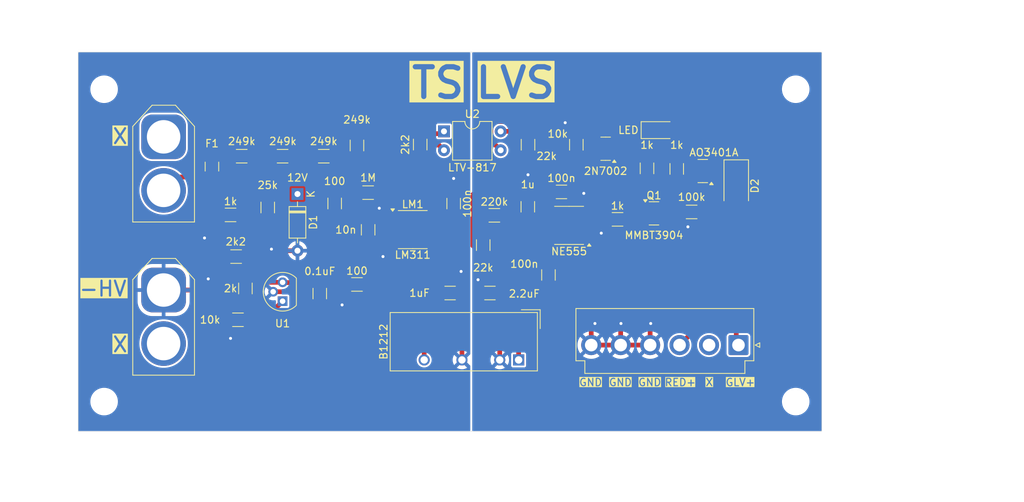
<source format=kicad_pcb>
(kicad_pcb (version 20240108) (generator "pcbnew") (generator_version "8.0")
  (layers (0 "F.Cu" signal) (31 "B.Cu" signal) (34 "B.Paste" user) (35 "F.Paste" user) (36 "B.SilkS" user "B.Silkscreen") (37 "F.SilkS" user "F.Silkscreen") (38 "B.Mask" user) (39 "F.Mask" user) (44 "Edge.Cuts" user))
  (net 0 "")
  (net 1 "/Vref")
  (net 2 "GND")
  (net 3 "Net-(LM1--)")
  (net 4 "Net-(LM1-+)")
  (net 5 "+12V")
  (net 6 "GLV-")
  (net 7 "VCC")
  (net 8 "Net-(U7-CV)")
  (net 9 "Net-(U7-THR)")
  (net 10 "/RED+")
  (net 11 "GLV+")
  (net 13 "/Vin")
  (net 14 "Net-(D3-K)")
  (net 15 "Net-(J1-Pin_2)")
  (net 16 "Net-(F1-Pad1)")
  (net 19 "Net-(LM1-Pad7)")
  (net 20 "Net-(LM1-BAL)")
  (net 21 "Net-(Q1-1)")
  (net 22 "Net-(Q1-3)")
  (net 23 "Net-(U1-REF)")
  (net 24 "Net-(R3-Pad2)")
  (net 25 "Net-(R5-Pad2)")
  (net 26 "Net-(R6-Pad1)")
  (net 27 "Net-(R8-Pad1)")
  (net 28 "Net-(R13-Pad2)")
  (net 29 "Net-(U4-G)")
  (net 30 "Net-(U4-D)")
  (net 31 "Net-(U7-DIS)")
  (net 32 "Net-(U7-Q)")
  (footprint "Capacitor_SMD:C_1206_3216Metric" (layer "F.Cu") (at 133.8825 89.9)
    (property "Reference" "C5" (hide yes))
    (property "Value" "2.2uF" (at 4.6175 0.1 0) (layer "F.SilkS"))
    (pad "1" smd roundrect (at -1.475 0) (size 1.15 1.8) (layers "F.Cu" "F.Paste" "F.Mask") (roundrect_rratio 0.217391) (net 6 "GLV-"))
    (pad "2" smd roundrect (at 1.475 0) (size 1.15 1.8) (layers "F.Cu" "F.Paste" "F.Mask") (roundrect_rratio 0.217391) (net 7 "VCC"))
  )
  (footprint "Capacitor_SMD:C_1206_3216Metric" (layer "F.Cu") (at 141.75 87.475 90)
    (property "Reference" "C6" (hide yes))
    (property "Value" "100n" (at 1.475 -3.25 180) (layer "F.SilkS"))
    (pad "1" smd roundrect (at -1.475 0 90) (size 1.15 1.8) (layers "F.Cu" "F.Paste" "F.Mask") (roundrect_rratio 0.217391) (net 6 "GLV-"))
    (pad "2" smd roundrect (at 1.475 0 90) (size 1.15 1.8) (layers "F.Cu" "F.Paste" "F.Mask") (roundrect_rratio 0.217391) (net 7 "VCC"))
  )
  (footprint "MountingHole:MountingHole_3.2mm_M3" (layer "F.Cu") (at 82 62.5)
    (property "Reference" "H4" (hide yes))
    (property "Value" "MountingHole" (hide yes))
    (pad "" np_thru_hole circle (at 0 0) (size 3.2 3.2) (drill 3.2) (layers "*.Cu" "*.Mask"))
  )
  (footprint "Resistor_SMD:R_1206_3216Metric" (layer "F.Cu") (at 100 93.5 180)
    (property "Reference" "R2" (hide yes))
    (property "Value" "10k" (at 3.75 0 180) (layer "F.SilkS"))
    (pad "1" smd roundrect (at -1.4625 0 180) (size 1.125 1.75) (layers "F.Cu" "F.Paste" "F.Mask") (roundrect_rratio 0.222222) (net 23 "Net-(U1-REF)"))
    (pad "2" smd roundrect (at 1.4625 0 180) (size 1.125 1.75) (layers "F.Cu" "F.Paste" "F.Mask") (roundrect_rratio 0.222222) (net 2 "GND"))
  )
  (footprint "Resistor_SMD:R_1206_3216Metric" (layer "F.Cu") (at 145.5 69.9625 90)
    (property "Reference" "R14" (hide yes))
    (property "Value" "10k" (at 1.4625 -2.5 180) (layer "F.SilkS"))
    (pad "1" smd roundrect (at -1.4625 0 90) (size 1.125 1.75) (layers "F.Cu" "F.Paste" "F.Mask") (roundrect_rratio 0.222222) (net 29 "Net-(U4-G)"))
    (pad "2" smd roundrect (at 1.4625 0 90) (size 1.125 1.75) (layers "F.Cu" "F.Paste" "F.Mask") (roundrect_rratio 0.222222) (net 6 "GLV-"))
  )
  (footprint "Resistor_SMD:R_1206_3216Metric" (layer "F.Cu") (at 134.475 79.4575 180)
    (property "Reference" "R17" (hide yes))
    (property "Value" "220k" (at 0 1.82 0) (layer "F.SilkS"))
    (pad "1" smd roundrect (at -1.4625 0 180) (size 1.125 1.75) (layers "F.Cu" "F.Paste" "F.Mask") (roundrect_rratio 0.222222) (net 9 "Net-(U7-THR)"))
    (pad "2" smd roundrect (at 1.4625 0 180) (size 1.125 1.75) (layers "F.Cu" "F.Paste" "F.Mask") (roundrect_rratio 0.222222) (net 31 "Net-(U7-DIS)"))
  )
  (footprint "Resistor_SMD:R_1206_3216Metric" (layer "F.Cu") (at 155 73.1375 90)
    (property "Reference" "R19" (hide yes))
    (property "Value" "1k" (at 3.1375 0 180) (layer "F.SilkS"))
    (pad "1" smd roundrect (at -1.4625 0 90) (size 1.125 1.75) (layers "F.Cu" "F.Paste" "F.Mask") (roundrect_rratio 0.222222) (net 22 "Net-(Q1-3)"))
    (pad "2" smd roundrect (at 1.4625 0 90) (size 1.125 1.75) (layers "F.Cu" "F.Paste" "F.Mask") (roundrect_rratio 0.222222) (net 14 "Net-(D3-K)"))
  )
  (footprint "MountingHole:MountingHole_3.2mm_M3" (layer "F.Cu") (at 175 104.5)
    (property "Reference" "H3" (hide yes))
    (property "Value" "MountingHole" (hide yes))
    (pad "" np_thru_hole circle (at 0 0) (size 3.2 3.2) (drill 3.2) (layers "*.Cu" "*.Mask"))
  )
  (footprint "Capacitor_SMD:C_1206_3216Metric" (layer "F.Cu") (at 129 77.875 90)
    (property "Reference" "C3" (hide yes))
    (property "Value" "100n" (at 0 1.85 90) (layer "F.SilkS"))
    (pad "1" smd roundrect (at -1.475 0 90) (size 1.15 1.8) (layers "F.Cu" "F.Paste" "F.Mask") (roundrect_rratio 0.217391) (net 5 "+12V"))
    (pad "2" smd roundrect (at 1.475 0 90) (size 1.15 1.8) (layers "F.Cu" "F.Paste" "F.Mask") (roundrect_rratio 0.217391) (net 2 "GND"))
  )
  (footprint "Connector_AMASS:AMASS_XT60-M_1x02_P7.20mm_Vertical" (layer "F.Cu") (at 90 89.5 -90)
    (property "Reference" "J2" (hide yes))
    (property "Value" "Conn_01x02_Pin" (hide yes))
    (pad "1" thru_hole roundrect (at 0 0 270) (size 6 6) (drill 4.5) (layers "*.Cu" "*.Mask") (net 2 "GND"))
    (pad "2" thru_hole circle (at 7.2 0 270) (size 6 6) (drill 4.5) (layers "*.Cu" "*.Mask"))
  )
  (footprint "Capacitor_SMD:C_1206_3216Metric" (layer "F.Cu") (at 117.5 81.4 -90)
    (property "Reference" "C2" (hide yes))
    (property "Value" "10n" (at 0 3 180) (layer "F.SilkS"))
    (pad "1" smd roundrect (at -1.475 0 270) (size 1.15 1.8) (layers "F.Cu" "F.Paste" "F.Mask") (roundrect_rratio 0.217391) (net 4 "Net-(LM1-+)"))
    (pad "2" smd roundrect (at 1.475 0 270) (size 1.15 1.8) (layers "F.Cu" "F.Paste" "F.Mask") (roundrect_rratio 0.217391) (net 3 "Net-(LM1--)"))
  )
  (footprint "Resistor_SMD:R_1206_3216Metric" (layer "F.Cu") (at 99.75 85 180)
    (property "Reference" "R4" (hide yes))
    (property "Value" "2k2" (at 0.0375 2 180) (layer "F.SilkS"))
    (pad "1" smd roundrect (at -1.4625 0 180) (size 1.125 1.75) (layers "F.Cu" "F.Paste" "F.Mask") (roundrect_rratio 0.222222) (net 1 "/Vref"))
    (pad "2" smd roundrect (at 1.4625 0 180) (size 1.125 1.75) (layers "F.Cu" "F.Paste" "F.Mask") (roundrect_rratio 0.222222) (net 5 "+12V"))
  )
  (footprint "Package_TO_SOT_THT:TO-92" (layer "F.Cu") (at 106 91 90)
    (property "Reference" "U1" (at -3 0 0) (layer "F.SilkS"))
    (property "Value" "TL431" (hide yes))
    (pad "1" thru_hole rect (at 0 0 90) (size 1.3 1.3) (drill 0.75) (layers "*.Cu" "*.Mask") (net 23 "Net-(U1-REF)"))
    (pad "2" thru_hole circle (at 1.27 -1.27 90) (size 1.3 1.3) (drill 0.75) (layers "*.Cu" "*.Mask") (net 2 "GND"))
    (pad "3" thru_hole circle (at 2.54 0 90) (size 1.3 1.3) (drill 0.75) (layers "*.Cu" "*.Mask") (net 1 "/Vref"))
  )
  (footprint "Resistor_SMD:R_1206_3216Metric" (layer "F.Cu") (at 132.975 83.4575 -90)
    (property "Reference" "R16" (hide yes))
    (property "Value" "22k" (at 3.0375 0 0) (layer "F.SilkS"))
    (pad "1" smd roundrect (at -1.4625 0 270) (size 1.125 1.75) (layers "F.Cu" "F.Paste" "F.Mask") (roundrect_rratio 0.222222) (net 31 "Net-(U7-DIS)"))
    (pad "2" smd roundrect (at 1.4625 0 270) (size 1.125 1.75) (layers "F.Cu" "F.Paste" "F.Mask") (roundrect_rratio 0.222222) (net 7 "VCC"))
  )
  (footprint "Resistor_SMD:R_1206_3216Metric" (layer "F.Cu") (at 151.0375 80 180)
    (property "Reference" "R18" (hide yes))
    (property "Value" "1k" (at 0 1.82 0) (layer "F.SilkS"))
    (pad "1" smd roundrect (at -1.4625 0 180) (size 1.125 1.75) (layers "F.Cu" "F.Paste" "F.Mask") (roundrect_rratio 0.222222) (net 21 "Net-(Q1-1)"))
    (pad "2" smd roundrect (at 1.4625 0 180) (size 1.125 1.75) (layers "F.Cu" "F.Paste" "F.Mask") (roundrect_rratio 0.222222) (net 32 "Net-(U7-Q)"))
  )
  (footprint "Capacitor_SMD:C_1206_3216Metric" (layer "F.Cu") (at 128.525 89.9 180)
    (property "Reference" "C4" (hide yes))
    (property "Value" "1uF" (at 4.1175 0 0) (layer "F.SilkS"))
    (pad "1" smd roundrect (at -1.475 0 180) (size 1.15 1.8) (layers "F.Cu" "F.Paste" "F.Mask") (roundrect_rratio 0.217391) (net 2 "GND"))
    (pad "2" smd roundrect (at 1.475 0 180) (size 1.15 1.8) (layers "F.Cu" "F.Paste" "F.Mask") (roundrect_rratio 0.217391) (net 5 "+12V"))
  )
  (footprint "Capacitor_SMD:C_1206_3216Metric" (layer "F.Cu") (at 138.975 78.305 -90)
    (property "Reference" "C8" (hide yes))
    (property "Value" "1u" (at -3 0 0) (layer "F.SilkS"))
    (pad "1" smd roundrect (at -1.475 0 270) (size 1.15 1.8) (layers "F.Cu" "F.Paste" "F.Mask") (roundrect_rratio 0.217391) (net 6 "GLV-"))
    (pad "2" smd roundrect (at 1.475 0 270) (size 1.15 1.8) (layers "F.Cu" "F.Paste" "F.Mask") (roundrect_rratio 0.217391) (net 9 "Net-(U7-THR)"))
  )
  (footprint "Capacitor_SMD:C_1206_3216Metric" (layer "F.Cu") (at 143.5 76.305 180)
    (property "Reference" "C7" (hide yes))
    (property "Value" "100n" (at 0 1.85 0) (layer "F.SilkS"))
    (pad "1" smd roundrect (at -1.475 0 180) (size 1.15 1.8) (layers "F.Cu" "F.Paste" "F.Mask") (roundrect_rratio 0.217391) (net 6 "GLV-"))
    (pad "2" smd roundrect (at 1.475 0 180) (size 1.15 1.8) (layers "F.Cu" "F.Paste" "F.Mask") (roundrect_rratio 0.217391) (net 8 "Net-(U7-CV)"))
  )
  (footprint "LED_SMD:LED_1206_3216Metric" (layer "F.Cu") (at 156.5 68)
    (property "Reference" "D3" (hide yes))
    (property "Value" "LED" (at -4 0 0) (layer "F.SilkS"))
    (pad "1" smd roundrect (at -1.4 0) (size 1.25 1.75) (layers "F.Cu" "F.Paste" "F.Mask") (roundrect_rratio 0.2) (net 14 "Net-(D3-K)"))
    (pad "2" smd roundrect (at 1.4 0) (size 1.25 1.75) (layers "F.Cu" "F.Paste" "F.Mask") (roundrect_rratio 0.2) (net 7 "VCC"))
  )
  (footprint "Fuse:Fuse_1206_3216Metric" (layer "F.Cu") (at 96.5 72.9 -90)
    (property "Reference" "F1" (at -3.1 0 180) (layer "F.SilkS"))
    (property "Value" "Fuse" (hide yes))
    (pad "1" smd roundrect (at -1.4 0 270) (size 1.25 1.75) (layers "F.Cu" "F.Paste" "F.Mask") (roundrect_rratio 0.2) (net 16 "Net-(F1-Pad1)"))
    (pad "2" smd roundrect (at 1.4 0 270) (size 1.25 1.75) (layers "F.Cu" "F.Paste" "F.Mask") (roundrect_rratio 0.2) (net 15 "Net-(J1-Pin_2)"))
  )
  (footprint "Resistor_SMD:R_1206_3216Metric" (layer "F.Cu") (at 104 78.4 90)
    (property "Reference" "R8" (hide yes))
    (property "Value" "25k" (at 3 0 180) (layer "F.SilkS"))
    (pad "1" smd roundrect (at -1.4625 0 90) (size 1.125 1.75) (layers "F.Cu" "F.Paste" "F.Mask") (roundrect_rratio 0.222222) (net 27 "Net-(R8-Pad1)"))
    (pad "2" smd roundrect (at 1.4625 0 90) (size 1.125 1.75) (layers "F.Cu" "F.Paste" "F.Mask") (roundrect_rratio 0.222222) (net 13 "/Vin"))
  )
  (footprint "Capacitor_SMD:C_1206_3216Metric" (layer "F.Cu") (at 111 89.975 -90)
    (property "Reference" "C1" (hide yes))
    (property "Value" "0.1uF" (at -3 0 0) (layer "F.SilkS"))
    (pad "1" smd roundrect (at -1.475 0 270) (size 1.15 1.8) (layers "F.Cu" "F.Paste" "F.Mask") (roundrect_rratio 0.217391) (net 1 "/Vref"))
    (pad "2" smd roundrect (at 1.475 0 270) (size 1.15 1.8) (layers "F.Cu" "F.Paste" "F.Mask") (roundrect_rratio 0.217391) (net 2 "GND"))
  )
  (footprint "Package_TO_SOT_SMD:SOT-23" (layer "F.Cu") (at 149.4375 70.5 180)
    (property "Reference" "U4" (hide yes))
    (property "Value" "2N7002" (at 0 -3 0) (layer "F.SilkS"))
    (pad "1" smd roundrect (at -0.9375 -0.95 180) (size 1.475 0.6) (layers "F.Cu" "F.Paste" "F.Mask") (net 29 "Net-(U4-G)"))
    (pad "2" smd roundrect (at -0.9375 0.95 180) (size 1.475 0.6) (layers "F.Cu" "F.Paste" "F.Mask") (net 6 "GLV-"))
    (pad "3" smd roundrect (at 0.9375 0 180) (size 1.475 0.6) (layers "F.Cu" "F.Paste" "F.Mask") (net 30 "Net-(U4-D)"))
  )
  (footprint "Resistor_SMD:R_1206_3216Metric" (layer "F.Cu") (at 116 70.0625 -90)
    (property "Reference" "R7" (hide yes))
    (property "Value" "249k" (at -3.4625 0 180) (layer "F.SilkS"))
    (pad "1" smd roundrect (at -1.4625 0 270) (size 1.125 1.75) (layers "F.Cu" "F.Paste" "F.Mask") (roundrect_rratio 0.222222) (net 26 "Net-(R6-Pad1)"))
    (pad "2" smd roundrect (at 1.4625 0 270) (size 1.125 1.75) (layers "F.Cu" "F.Paste" "F.Mask") (roundrect_rratio 0.222222) (net 13 "/Vin"))
  )
  (footprint "Package_SO:SOIC-8_3.9x4.9mm_P1.27mm" (layer "F.Cu") (at 123.5 81.375)
    (property "Reference" "LM1" (at 0 -3.4 0) (layer "F.SilkS"))
    (property "Value" "LM311" (at 0 3.4 0) (layer "F.SilkS"))
    (pad "1" smd roundrect (at -2.475 -1.905) (size 1.95 0.6) (layers "F.Cu" "F.Paste" "F.Mask") (net 2 "GND"))
    (pad "2" smd roundrect (at -2.475 -0.635) (size 1.95 0.6) (layers "F.Cu" "F.Paste" "F.Mask") (net 4 "Net-(LM1-+)"))
    (pad "3" smd roundrect (at -2.475 0.635) (size 1.95 0.6) (layers "F.Cu" "F.Paste" "F.Mask") (net 3 "Net-(LM1--)"))
    (pad "4" smd roundrect (at -2.475 1.905) (size 1.95 0.6) (layers "F.Cu" "F.Paste" "F.Mask") (net 2 "GND"))
    (pad "5" smd roundrect (at 2.475 1.905) (size 1.95 0.6) (layers "F.Cu" "F.Paste" "F.Mask") (net 20 "Net-(LM1-BAL)"))
    (pad "6" smd roundrect (at 2.475 0.635) (size 1.95 0.6) (layers "F.Cu" "F.Paste" "F.Mask") (net 20 "Net-(LM1-BAL)"))
    (pad "7" smd roundrect (at 2.475 -0.635) (size 1.95 0.6) (layers "F.Cu" "F.Paste" "F.Mask") (net 19 "Net-(LM1-Pad7)"))
    (pad "8" smd roundrect (at 2.475 -1.905) (size 1.95 0.6) (layers "F.Cu" "F.Paste" "F.Mask") (net 5 "+12V"))
  )
  (footprint "MountingHole:MountingHole_3.2mm_M3" (layer "F.Cu") (at 175 62.5)
    (property "Reference" "H1" (hide yes))
    (property "Value" "MountingHole" (hide yes))
    (pad "" np_thru_hole circle (at 0 0) (size 3.2 3.2) (drill 3.2) (layers "*.Cu" "*.Mask"))
  )
  (footprint "Connector_JST:JST_VH_B6P-VH_1x06_P3.96mm_Vertical" (layer "F.Cu") (at 167.3 96.9 180)
    (property "Reference" "Conn_01x1" (hide yes))
    (property "Value" "Conn_01x06" (hide yes))
    (pad "1" thru_hole roundrect (at 0 0 180) (size 2.7 2.7) (drill 1.7) (layers "*.Cu" "*.Mask") (roundrect_rratio 0.092593) (net 11 "GLV+"))
    (pad "2" thru_hole circle (at 3.96 0 180) (size 2.7 2.7) (drill 1.7) (layers "*.Cu" "*.Mask"))
    (pad "3" thru_hole circle (at 7.92 0 180) (size 2.7 2.7) (drill 1.7) (layers "*.Cu" "*.Mask") (net 10 "/RED+"))
    (pad "4" thru_hole circle (at 11.88 0 180) (size 2.7 2.7) (drill 1.7) (layers "*.Cu" "*.Mask") (net 6 "GLV-"))
    (pad "5" thru_hole circle (at 15.84 0 180) (size 2.7 2.7) (drill 1.7) (layers "*.Cu" "*.Mask") (net 6 "GLV-"))
    (pad "6" thru_hole circle (at 19.8 0 180) (size 2.7 2.7) (drill 1.7) (layers "*.Cu" "*.Mask") (net 6 "GLV-"))
  )
  (footprint "Diode_SMD:D_SMA" (layer "F.Cu") (at 167 75.5 -90)
    (property "Reference" "D2" (at 0 -2.5 90) (layer "F.SilkS"))
    (property "Value" "D" (hide yes))
    (pad "1" smd roundrect (at -2 0 270) (size 2.5 1.8) (layers "F.Cu" "F.Paste" "F.Mask") (roundrect_rratio 0.1388888889) (net 7 "VCC"))
    (pad "2" smd roundrect (at 2 0 270) (size 2.5 1.8) (layers "F.Cu" "F.Paste" "F.Mask") (roundrect_rratio 0.1388888889) (net 11 "GLV+"))
  )
  (footprint "Resistor_SMD:R_1206_3216Metric" (layer "F.Cu") (at 106 71.5)
    (property "Reference" "R5" (hide yes))
    (property "Value" "249k" (at 0.0375 -2 180) (layer "F.SilkS"))
    (pad "1" smd roundrect (at -1.4625 0) (size 1.125 1.75) (layers "F.Cu" "F.Paste" "F.Mask") (roundrect_rratio 0.222222) (net 24 "Net-(R3-Pad2)"))
    (pad "2" smd roundrect (at 1.4625 0) (size 1.125 1.75) (layers "F.Cu" "F.Paste" "F.Mask") (roundrect_rratio 0.222222) (net 25 "Net-(R5-Pad2)"))
  )
  (footprint "Package_TO_SOT_SMD:SOT-23" (layer "F.Cu") (at 155.9375 79.1875)
    (property "Reference" "Q1" (at 0 -2.4 0) (layer "F.SilkS"))
    (property "Value" "MMBT3904" (at 0 2.95 0) (layer "F.SilkS"))
    (pad "1" smd roundrect (at -0.9375 -0.95) (size 1.475 0.6) (layers "F.Cu" "F.Paste" "F.Mask") (net 22 "Net-(Q1-3)"))
    (pad "2" smd roundrect (at -0.9375 0.95) (size 1.475 0.6) (layers "F.Cu" "F.Paste" "F.Mask") (net 21 "Net-(Q1-1)"))
    (pad "3" smd roundrect (at 0.9375 0) (size 1.475 0.6) (layers "F.Cu" "F.Paste" "F.Mask") (net 6 "GLV-"))
  )
  (footprint "Resistor_SMD:R_1206_3216Metric" (layer "F.Cu") (at 159 73.2125 90)
    (property "Reference" "R20" (hide yes))
    (property "Value" "1k" (at 3.2125 0 180) (layer "F.SilkS"))
    (pad "1" smd roundrect (at -1.4625 0 90) (size 1.125 1.75) (layers "F.Cu" "F.Paste" "F.Mask") (roundrect_rratio 0.222222) (net 22 "Net-(Q1-3)"))
    (pad "2" smd roundrect (at 1.4625 0 90) (size 1.125 1.75) (layers "F.Cu" "F.Paste" "F.Mask") (roundrect_rratio 0.222222) (net 7 "VCC"))
  )
  (footprint "Resistor_SMD:R_1206_3216Metric" (layer "F.Cu") (at 124.5 69.9375 90)
    (property "Reference" "R13" (hide yes))
    (property "Value" "2k2" (at 0 -2 90) (layer "F.SilkS"))
    (pad "1" smd roundrect (at -1.4625 0 90) (size 1.125 1.75) (layers "F.Cu" "F.Paste" "F.Mask") (roundrect_rratio 0.222222) (net 5 "+12V"))
    (pad "2" smd roundrect (at 1.4625 0 90) (size 1.125 1.75) (layers "F.Cu" "F.Paste" "F.Mask") (roundrect_rratio 0.222222) (net 28 "Net-(R13-Pad2)"))
  )
  (footprint "Converter_DCDC:Converter_DCDC_TRACO_TBA2-xxxx_Single_THT" (layer "F.Cu") (at 137.7375 98.9 -90)
    (property "Reference" "U3" (hide yes))
    (property "Value" "B1212" (at -2.45 18.15 90) (layer "F.SilkS"))
    (pad "1" thru_hole rect (at 0 0 270) (size 1.5 1.5) (drill 1) (layers "*.Cu" "*.Mask") (net 7 "VCC"))
    (pad "2" thru_hole circle (at 0 2.54 270) (size 1.5 1.5) (drill 1) (layers "*.Cu" "*.Mask") (net 6 "GLV-"))
    (pad "4" thru_hole circle (at 0 7.62 270) (size 1.5 1.5) (drill 1) (layers "*.Cu" "*.Mask") (net 2 "GND"))
    (pad "6" thru_hole circle (at 0 12.7 270) (size 1.5 1.5) (drill 1) (layers "*.Cu" "*.Mask") (net 5 "+12V"))
  )
  (footprint "Package_TO_SOT_SMD:SOT-23" (layer "F.Cu") (at 162.5 73.5 180)
    (property "Reference" "Q3" (hide yes))
    (property "Value" "AO3401A" (at -1.5 2.5 0) (layer "F.SilkS"))
    (pad "1" smd roundrect (at -0.9375 -0.95 180) (size 1.475 0.6) (layers "F.Cu" "F.Paste" "F.Mask") (net 22 "Net-(Q1-3)"))
    (pad "2" smd roundrect (at -0.9375 0.95 180) (size 1.475 0.6) (layers "F.Cu" "F.Paste" "F.Mask") (net 7 "VCC"))
    (pad "3" smd roundrect (at 0.9375 0 180) (size 1.475 0.6) (layers "F.Cu" "F.Paste" "F.Mask") (net 10 "/RED+"))
  )
  (footprint "Package_DIP:DIP-4_W7.62mm" (layer "F.Cu") (at 127.7 68.1625)
    (property "Reference" "U2" (at 3.81 -2.33 0) (layer "F.SilkS"))
    (property "Value" "LTV-817" (at 3.81 4.87 0) (layer "F.SilkS"))
    (pad "1" thru_hole rect (at 0 0) (size 1.6 1.6) (drill 0.8) (layers "*.Cu" "*.Mask") (net 28 "Net-(R13-Pad2)"))
    (pad "2" thru_hole oval (at 0 2.54) (size 1.6 1.6) (drill 0.8) (layers "*.Cu" "*.Mask") (net 19 "Net-(LM1-Pad7)"))
    (pad "3" thru_hole oval (at 7.62 2.54) (size 1.6 1.6) (drill 0.8) (layers "*.Cu" "*.Mask") (net 29 "Net-(U4-G)"))
    (pad "4" thru_hole oval (at 7.62 0) (size 1.6 1.6) (drill 0.8) (layers "*.Cu" "*.Mask") (net 7 "VCC"))
  )
  (footprint "Resistor_SMD:R_1206_3216Metric" (layer "F.Cu") (at 161 79)
    (property "Reference" "R21" (hide yes))
    (property "Value" "100k" (at 0 -2 0) (layer "F.SilkS"))
    (pad "1" smd roundrect (at -1.4625 0) (size 1.125 1.75) (layers "F.Cu" "F.Paste" "F.Mask") (roundrect_rratio 0.222222) (net 6 "GLV-"))
    (pad "2" smd roundrect (at 1.4625 0) (size 1.125 1.75) (layers "F.Cu" "F.Paste" "F.Mask") (roundrect_rratio 0.222222) (net 22 "Net-(Q1-3)"))
  )
  (footprint "MountingHole:MountingHole_3.2mm_M3" (layer "F.Cu") (at 82 104.5)
    (property "Reference" "H2" (hide yes))
    (property "Value" "MountingHole" (hide yes))
    (pad "" np_thru_hole circle (at 0 0) (size 3.2 3.2) (drill 3.2) (layers "*.Cu" "*.Mask"))
  )
  (footprint "Resistor_SMD:R_1206_3216Metric" (layer "F.Cu") (at 113 77.8625 90)
    (property "Reference" "R10" (hide yes))
    (property "Value" "100" (at 3 0 180) (layer "F.SilkS"))
    (pad "1" smd roundrect (at -1.4625 0 90) (size 1.125 1.75) (layers "F.Cu" "F.Paste" "F.Mask") (roundrect_rratio 0.222222) (net 4 "Net-(LM1-+)"))
    (pad "2" smd roundrect (at 1.4625 0 90) (size 1.125 1.75) (layers "F.Cu" "F.Paste" "F.Mask") (roundrect_rratio 0.222222) (net 13 "/Vin"))
  )
  (footprint "Resistor_SMD:R_1206_3216Metric" (layer "F.Cu") (at 117.5 76.4)
    (property "Reference" "R12" (hide yes))
    (property "Value" "1M" (at 0 -2 0) (layer "F.SilkS"))
    (pad "1" smd roundrect (at -1.4625 0) (size 1.125 1.75) (layers "F.Cu" "F.Paste" "F.Mask") (roundrect_rratio 0.222222) (net 13 "/Vin"))
    (pad "2" smd roundrect (at 1.4625 0) (size 1.125 1.75) (layers "F.Cu" "F.Paste" "F.Mask") (roundrect_rratio 0.222222) (net 19 "Net-(LM1-Pad7)"))
  )
  (footprint "Resistor_SMD:R_1206_3216Metric" (layer "F.Cu") (at 99 79.4 180)
    (property "Reference" "R9" (hide yes))
    (property "Value" "1k" (at 0 1.82 0) (layer "F.SilkS"))
    (pad "1" smd roundrect (at -1.4625 0 180) (size 1.125 1.75) (layers "F.Cu" "F.Paste" "F.Mask") (roundrect_rratio 0.222222) (net 27 "Net-(R8-Pad1)"))
    (pad "2" smd roundrect (at 1.4625 0 180) (size 1.125 1.75) (layers "F.Cu" "F.Paste" "F.Mask") (roundrect_rratio 0.222222) (net 2 "GND"))
  )
  (footprint "Diode_THT:D_DO-35_SOD27_P7.62mm_Horizontal" (layer "F.Cu") (at 108 76.59 -90)
    (property "Reference" "D1" (at 3.81 -2.12 90) (layer "F.SilkS"))
    (property "Value" "12V" (at -2.19 0 180) (layer "F.SilkS"))
    (fp_text user "K" (at 0 -1.8 90) (layer "F.SilkS"))
    (pad "1" thru_hole rect (at 0 0 270) (size 1.6 1.6) (drill 0.8) (layers "*.Cu" "*.Mask") (net 13 "/Vin"))
    (pad "2" thru_hole oval (at 7.62 0 270) (size 1.6 1.6) (drill 0.8) (layers "*.Cu" "*.Mask") (net 2 "GND"))
  )
  (footprint "Resistor_SMD:R_1206_3216Metric" (layer "F.Cu") (at 111.5375 71.5 180)
    (property "Reference" "R6" (hide yes))
    (property "Value" "249k" (at 0 2 180) (layer "F.SilkS"))
    (pad "1" smd roundrect (at -1.4625 0 180) (size 1.125 1.75) (layers "F.Cu" "F.Paste" "F.Mask") (roundrect_rratio 0.222222) (net 26 "Net-(R6-Pad1)"))
    (pad "2" smd roundrect (at 1.4625 0 180) (size 1.125 1.75) (layers "F.Cu" "F.Paste" "F.Mask") (roundrect_rratio 0.222222) (net 25 "Net-(R5-Pad2)"))
  )
  (footprint "Resistor_SMD:R_1206_3216Metric" (layer "F.Cu") (at 101 89.2875 -90)
    (property "Reference" "R1" (hide yes))
    (property "Value" "2k" (at 0 2 0) (layer "F.SilkS"))
    (pad "1" smd roundrect (at -1.4625 0 270) (size 1.125 1.75) (layers "F.Cu" "F.Paste" "F.Mask") (roundrect_rratio 0.222222) (net 1 "/Vref"))
    (pad "2" smd roundrect (at 1.4625 0 270) (size 1.125 1.75) (layers "F.Cu" "F.Paste" "F.Mask") (roundrect_rratio 0.222222) (net 23 "Net-(U1-REF)"))
  )
  (footprint "Package_SO:SOIC-8_3.9x4.9mm_P1.27mm" (layer "F.Cu") (at 144.525 80.805 180)
    (property "Reference" "U7" (hide yes))
    (property "Value" "NE555" (at 0 -3.5 0) (layer "F.SilkS"))
    (pad "1" smd roundrect (at -2.475 -1.905 180) (size 1.95 0.6) (layers "F.Cu" "F.Paste" "F.Mask") (net 6 "GLV-"))
    (pad "2" smd roundrect (at -2.475 -0.635 180) (size 1.95 0.6) (layers "F.Cu" "F.Paste" "F.Mask") (net 9 "Net-(U7-THR)"))
    (pad "3" smd roundrect (at -2.475 0.635 180) (size 1.95 0.6) (layers "F.Cu" "F.Paste" "F.Mask") (net 32 "Net-(U7-Q)"))
    (pad "4" smd roundrect (at -2.475 1.905 180) (size 1.95 0.6) (layers "F.Cu" "F.Paste" "F.Mask") (net 30 "Net-(U4-D)"))
    (pad "5" smd roundrect (at 2.475 1.905 180) (size 1.95 0.6) (layers "F.Cu" "F.Paste" "F.Mask") (net 8 "Net-(U7-CV)"))
    (pad "6" smd roundrect (at 2.475 0.635 180) (size 1.95 0.6) (layers "F.Cu" "F.Paste" "F.Mask") (net 9 "Net-(U7-THR)"))
    (pad "7" smd roundrect (at 2.475 -0.635 180) (size 1.95 0.6) (layers "F.Cu" "F.Paste" "F.Mask") (net 31 "Net-(U7-DIS)"))
    (pad "8" smd roundrect (at 2.475 -1.905 180) (size 1.95 0.6) (layers "F.Cu" "F.Paste" "F.Mask") (net 7 "VCC"))
  )
  (footprint "Resistor_SMD:R_1206_3216Metric" (layer "F.Cu") (at 139 69.9625 90)
    (property "Reference" "R15" (hide yes))
    (property "Value" "22k" (at -1.5375 2.5 180) (layer "F.SilkS"))
    (pad "1" smd roundrect (at -1.4625 0 90) (size 1.125 1.75) (layers "F.Cu" "F.Paste" "F.Mask") (roundrect_rratio 0.222222) (net 30 "Net-(U4-D)"))
    (pad "2" smd roundrect (at 1.4625 0 90) (size 1.125 1.75) (layers "F.Cu" "F.Paste" "F.Mask") (roundrect_rratio 0.222222) (net 7 "VCC"))
  )
  (footprint "Connector_AMASS:AMASS_XT60-M_1x02_P7.20mm_Vertical" (layer "F.Cu") (at 90 68.9 -90)
    (property "Reference" "J1" (hide yes))
    (property "Value" "Conn_01x02_Pin" (hide yes))
    (pad "1" thru_hole roundrect (at 0 0 270) (size 6 6) (drill 4.5) (layers "*.Cu" "*.Mask"))
    (pad "2" thru_hole circle (at 7.2 0 270) (size 6 6) (drill 4.5) (layers "*.Cu" "*.Mask") (net 15 "Net-(J1-Pin_2)"))
  )
  (footprint "Resistor_SMD:R_1206_3216Metric" (layer "F.Cu") (at 116 88.75 180)
    (property "Reference" "R11" (hide yes))
    (property "Value" "100" (at 0 1.82 0) (layer "F.SilkS"))
    (pad "1" smd roundrect (at -1.4625 0 180) (size 1.125 1.75) (layers "F.Cu" "F.Paste" "F.Mask") (roundrect_rratio 0.222222) (net 3 "Net-(LM1--)"))
    (pad "2" smd roundrect (at 1.4625 0 180) (size 1.125 1.75) (layers "F.Cu" "F.Paste" "F.Mask") (roundrect_rratio 0.222222) (net 1 "/Vref"))
  )
  (footprint "Resistor_SMD:R_1206_3216Metric" (layer "F.Cu") (at 100.5 71.5)
    (property "Reference" "R3" (hide yes))
    (property "Value" "249k" (at 0 -2 180) (layer "F.SilkS"))
    (pad "1" smd roundrect (at -1.4625 0) (size 1.125 1.75) (layers "F.Cu" "F.Paste" "F.Mask") (roundrect_rratio 0.222222) (net 16 "Net-(F1-Pad1)"))
    (pad "2" smd roundrect (at 1.4625 0) (size 1.125 1.75) (layers "F.Cu" "F.Paste" "F.Mask") (roundrect_rratio 0.222222) (net 24 "Net-(R3-Pad2)"))
  )
  (gr_rect (start 78.5 57.5) (end 178.5 108.5) (stroke (width 0.05)) (fill none) (layer "Edge.Cuts"))
  (gr_text "TS" (at 123 64 0) (layer "F.SilkS" knockout) (effects (font (size 4 4) (thickness 0.7) (bold yes)) (justify left bottom)))
  (gr_text "X" (at 162.8 102.5 0) (layer "F.SilkS" knockout) (effects (font (size 1 1)) (justify left bottom)))
  (gr_text "X" (at 83 70 0) (layer "F.SilkS" knockout) (effects (font (size 2 2) (thickness 0.3)) (justify left bottom)))
  (gr_text "-HV" (at 78.5 90.5 0) (layer "F.SilkS" knockout) (effects (font (size 2 2) (thickness 0.3)) (justify left bottom)))
  (gr_text "LVS\n" (at 131.6 64 0) (layer "F.SilkS" knockout) (effects (font (size 4 4) (thickness 0.7) (bold yes)) (justify left bottom)))
  (gr_text "RED+" (at 157.3 102.5 0) (layer "F.SilkS" knockout) (effects (font (size 1 1)) (justify left bottom)))
  (gr_text "GND" (at 153.75 102.5 0) (layer "F.SilkS" knockout) (effects (font (size 1 1)) (justify left bottom)))
  (gr_text "X" (at 83 98 0) (layer "F.SilkS" knockout) (effects (font (size 2 2) (thickness 0.3)) (justify left bottom)))
  (gr_text "GND" (at 145.8 102.5 0) (layer "F.SilkS" knockout) (effects (font (size 1 1)) (justify left bottom)))
  (gr_text "GND" (at 149.8 102.5 0) (layer "F.SilkS" knockout) (effects (font (size 1 1)) (justify left bottom)))
  (gr_text "GLV+" (at 165.5 102.5 0) (layer "F.SilkS" knockout) (effects (font (size 1 1)) (justify left bottom)))
  (segment (start 114.5375 88.75) (end 111.25 88.75) (width 0.635) (layer "F.Cu") (net 1))
  (segment (start 111.25 88.75) (end 111 88.5) (width 0.635) (layer "F.Cu") (net 1))
  (segment (start 111 88.5) (end 106.04 88.5) (width 0.635) (layer "F.Cu") (net 1))
  (segment (start 106.04 88.5) (end 106 88.46) (width 0.635) (layer "F.Cu") (net 1))
  (segment (start 101 87.825) (end 101 85.2125) (width 0.635) (layer "F.Cu") (net 1))
  (segment (start 101.635 88.46) (end 101 87.825) (width 0.635) (layer "F.Cu") (net 1))
  (segment (start 101 85.2125) (end 101.2125 85) (width 0.635) (layer "F.Cu") (net 1))
  (segment (start 106 88.46) (end 101.635 88.46) (width 0.635) (layer "F.Cu") (net 1))
  (segment (start 129 76.4) (end 129 74.5) (width 0.635) (layer "F.Cu") (net 2))
  (segment (start 119.97 79.47) (end 119 78.5) (width 0.635) (layer "F.Cu") (net 2))
  (segment (start 111 91.45) (end 113.95 91.45) (width 0.635) (layer "F.Cu") (net 2))
  (segment (start 121.025 83.475) (end 119.5 85) (width 0.635) (layer "F.Cu") (net 2))
  (segment (start 97.5375 80.4625) (end 95.5 82.5) (width 0.635) (layer "F.Cu") (net 2))
  (segment (start 113.95 91.45) (end 114 91.5) (width 0.635) (layer "F.Cu") (net 2))
  (segment (start 108 84.21) (end 104.71 84.21) (width 0.635) (layer "F.Cu") (net 2))
  (segment (start 130 89.9) (end 130 87) (width 0.635) (layer "F.Cu") (net 2))
  (segment (start 98.5375 93.5) (end 98.5375 95.5375) (width 0.635) (layer "F.Cu") (net 2))
  (segment (start 130.1175 98.9) (end 130.1175 90.0175) (width 0.635) (layer "F.Cu") (net 2))
  (segment (start 94.5375 89.5) (end 94.5375 89.4625) (width 0.635) (layer "F.Cu") (net 2))
  (segment (start 130.1175 90.0175) (end 130 89.9) (width 0.635) (layer "F.Cu") (net 2))
  (segment (start 121.025 79.47) (end 119.97 79.47) (width 0.635) (layer "F.Cu") (net 2))
  (segment (start 98.5375 95.5375) (end 99 96) (width 0.635) (layer "F.Cu") (net 2))
  (segment (start 109.28 89.73) (end 104.73 89.73) (width 0.635) (layer "F.Cu") (net 2))
  (segment (start 111 91.45) (end 109.28 89.73) (width 0.635) (layer "F.Cu") (net 2))
  (segment (start 94.5375 89.5) (end 98.5375 93.5) (width 0.635) (layer "F.Cu") (net 2))
  (segment (start 94.5375 89.4625) (end 96 88) (width 0.635) (layer "F.Cu") (net 2))
  (segment (start 90 89.5) (end 94.5375 89.5) (width 0.635) (layer "F.Cu") (net 2))
  (segment (start 97.5375 79.4) (end 97.5375 80.4625) (width 0.635) (layer "F.Cu") (net 2))
  (segment (start 121.025 83.28) (end 121.025 83.475) (width 0.635) (layer "F.Cu") (net 2))
  (segment (start 104.71 84.21) (end 104.5 84) (width 0.635) (layer "F.Cu") (net 2))
  (via (at 119.5 85) (size 0.8) (drill 0.4) (layers "F.Cu" "B.Cu") (net 2))
  (via (at 99 96) (size 0.8) (drill 0.4) (layers "F.Cu" "B.Cu") (net 2))
  (via (at 104.5 84) (size 0.8) (drill 0.4) (layers "F.Cu" "B.Cu") (net 2))
  (via (at 96 88) (size 0.8) (drill 0.4) (layers "F.Cu" "B.Cu") (net 2))
  (via (at 95.5 82.5) (size 0.8) (drill 0.4) (layers "F.Cu" "B.Cu") (net 2))
  (via (at 114 91.5) (size 0.8) (drill 0.4) (layers "F.Cu" "B.Cu") (net 2))
  (via (at 119 78.5) (size 0.8) (drill 0.4) (layers "F.Cu" "B.Cu") (net 2))
  (via (at 130 87) (size 0.8) (drill 0.4) (layers "F.Cu" "B.Cu") (net 2))
  (via (at 129 74.5) (size 0.8) (drill 0.4) (layers "F.Cu" "B.Cu") (net 2))
  (segment (start 117.4625 82.9125) (end 117.5 82.875) (width 0.635) (layer "F.Cu") (net 3))
  (segment (start 117.4625 88.75) (end 117.4625 82.9125) (width 0.635) (layer "F.Cu") (net 3))
  (segment (start 118.365 82.01) (end 117.5 82.875) (width 0.635) (layer "F.Cu") (net 3))
  (segment (start 121.025 82.01) (end 118.365 82.01) (width 0.635) (layer "F.Cu") (net 3))
  (segment (start 118.315 80.74) (end 117.5 79.925) (width 0.635) (layer "F.Cu") (net 4))
  (segment (start 113 79.325) (end 116.9 79.325) (width 0.635) (layer "F.Cu") (net 4))
  (segment (start 121.025 80.74) (end 118.315 80.74) (width 0.635) (layer "F.Cu") (net 4))
  (segment (start 116.9 79.325) (end 117.5 79.925) (width 0.635) (layer "F.Cu") (net 4))
  (segment (start 100.205 83.0825) (end 102.284959 83.0825) (width 0.635) (layer "F.Cu") (net 5))
  (segment (start 123 88) (end 127.05 88) (width 0.635) (layer "F.Cu") (net 5))
  (segment (start 129 85) (end 127.05 86.95) (width 0.635) (layer "F.Cu") (net 5))
  (segment (start 128.88 79.47) (end 129 79.35) (width 0.635) (layer "F.Cu") (net 5))
  (segment (start 114.944836 87.1275) (end 115.6175 87.800164) (width 0.635) (layer "F.Cu") (net 5))
  (segment (start 115.6175 87.800164) (end 115.6175 89.699836) (width 0.635) (layer "F.Cu") (net 5))
  (segment (start 125.975 79.47) (end 127 79.47) (width 0.635) (layer "F.Cu") (net 5))
  (segment (start 120.8575 90.1425) (end 123 88) (width 0.635) (layer "F.Cu") (net 5))
  (segment (start 125.0375 98.9) (end 125.0375 91.9125) (width 0.635) (layer "F.Cu") (net 5))
  (segment (start 116.060164 90.1425) (end 120.8575 90.1425) (width 0.635) (layer "F.Cu") (net 5))
  (segment (start 102.284959 83.0825) (end 106.329959 87.1275) (width 0.635) (layer "F.Cu") (net 5))
  (segment (start 127.05 86.95) (end 127.05 88) (width 0.635) (layer "F.Cu") (net 5))
  (segment (start 115.6175 89.699836) (end 116.060164 90.1425) (width 0.635) (layer "F.Cu") (net 5))
  (segment (start 106.329959 87.1275) (end 114.944836 87.1275) (width 0.635) (layer "F.Cu") (net 5))
  (segment (start 127 79.47) (end 128.88 79.47) (width 0.635) (layer "F.Cu") (net 5))
  (segment (start 127.05 88) (end 127.05 89.9) (width 0.635) (layer "F.Cu") (net 5))
  (segment (start 98.2875 85) (end 100.205 83.0825) (width 0.635) (layer "F.Cu") (net 5))
  (segment (start 127 77.35) (end 129 79.35) (width 0.635) (layer "F.Cu") (net 5))
  (segment (start 129 79.35) (end 129 85) (width 0.635) (layer "F.Cu") (net 5))
  (segment (start 127 73.9) (end 127 77.35) (width 0.635) (layer "F.Cu") (net 5))
  (segment (start 127 73.9) (end 124.5 71.4) (width 0.635) (layer "F.Cu") (net 5))
  (segment (start 125.0375 91.9125) (end 127.05 89.9) (width 0.635) (layer "F.Cu") (net 5))
  (segment (start 135.1975 92.69) (end 132.4075 89.9) (width 0.635) (layer "F.Cu") (net 6))
  (segment (start 135.1975 98.9) (end 135.1975 92.69) (width 0.635) (layer "F.Cu") (net 6))
  (segment (start 147.5 96.9) (end 147.5 94.7) (width 0.635) (layer "F.Cu") (net 6))
  (segment (start 159.5375 80.0375) (end 160.5 81) (width 0.635) (layer "F.Cu") (net 6))
  (segment (start 146.305 76.305) (end 146.5 76.5) (width 0.635) (layer "F.Cu") (net 6))
  (segment (start 147.992458 82.71) (end 148.851229 81.851229) (width 0.635) (layer "F.Cu") (net 6))
  (segment (start 145.5 68.5) (end 149.325 68.5) (width 0.635) (layer "F.Cu") (net 6))
  (segment (start 151.46 94.04) (end 151.5 94) (width 0.635) (layer "F.Cu") (net 6))
  (segment (start 151.46 96.9) (end 155.42 96.9) (width 0.635) (layer "F.Cu") (net 6))
  (segment (start 140.9175 74.8875) (end 143.5575 74.8875) (width 0.635) (layer "F.Cu") (net 6))
  (segment (start 159.5375 79) (end 159.5375 80.0375) (width 0.635) (layer "F.Cu") (net 6))
  (segment (start 147 82.71) (end 147.992458 82.71) (width 0.635) (layer "F.Cu") (net 6))
  (segment (start 147.5 94.7) (end 148 94.2) (width 0.635) (layer "F.Cu") (net 6))
  (segment (start 157.0625 79) (end 156.875 79.1875) (width 0.635) (layer "F.Cu") (net 6))
  (segment (start 132.280383 88.116928) (end 132.280383 89.772883) (width 0.635) (layer "F.Cu") (net 6))
  (segment (start 144.975 76.305) (end 146.305 76.305) (width 0.635) (layer "F.Cu") (net 6))
  (segment (start 145.5 68.5) (end 144 67) (width 0.635) (layer "F.Cu") (net 6))
  (segment (start 149.325 68.5) (end 150.375 69.55) (width 0.635) (layer "F.Cu") (net 6))
  (segment (start 138.975 76.83) (end 140.6525 75.1525) (width 0.635) (layer "F.Cu") (net 6))
  (segment (start 155.42 96.9) (end 155.42 94.08) (width 0.635) (layer "F.Cu") (net 6))
  (segment (start 139.5 74) (end 139 74) (width 0.635) (layer "F.Cu") (net 6))
  (segment (start 143.5575 74.8875) (end 144.975 76.305) (width 0.635) (layer "F.Cu") (net 6))
  (segment (start 155.42 94.08) (end 155.5 94) (width 0.635) (layer "F.Cu") (net 6))
  (segment (start 147.5 94.7) (end 141.75 88.95) (width 0.635) (layer "F.Cu") (net 6))
  (segment (start 132.280383 89.772883) (end 132.4075 89.9) (width 0.635) (layer "F.Cu") (net 6))
  (segment (start 140.6525 75.1525) (end 139.5 74) (width 0.635) (layer "F.Cu") (net 6))
  (segment (start 140.6525 75.1525) (end 140.9175 74.8875) (width 0.635) (layer "F.Cu") (net 6))
  (segment (start 147.5 96.9) (end 151.46 96.9) (width 0.635) (layer "F.Cu") (net 6))
  (segment (start 151.46 96.9) (end 151.46 94.04) (width 0.635) (layer "F.Cu") (net 6))
  (segment (start 148 94.2) (end 148 94) (width 0.635) (layer "F.Cu") (net 6))
  (segment (start 159.5375 79) (end 157.0625 79) (width 0.635) (layer "F.Cu") (net 6))
  (via (at 146.5 76.5) (size 0.8) (drill 0.4) (layers "F.Cu" "B.Cu") (net 6))
  (via (at 139 74) (size 0.8) (drill 0.4) (layers "F.Cu" "B.Cu") (net 6))
  (via (at 132.280383 88.116928) (size 0.8) (drill 0.4) (layers "F.Cu" "B.Cu") (net 6))
  (via (at 148.851229 81.851229) (size 0.8) (drill 0.4) (layers "F.Cu" "B.Cu") (net 6))
  (via (at 160.5 81) (size 0.8) (drill 0.4) (layers "F.Cu" "B.Cu") (net 6))
  (via (at 155.5 94) (size 0.8) (drill 0.4) (layers "F.Cu" "B.Cu") (net 6))
  (via (at 151.5 94) (size 0.8) (drill 0.4) (layers "F.Cu" "B.Cu") (net 6))
  (via (at 144 67) (size 0.8) (drill 0.4) (layers "F.Cu" "B.Cu") (net 6))
  (via (at 148 94) (size 0.8) (drill 0.4) (layers "F.Cu" "B.Cu") (net 6))
  (segment (start 151.3825 76.187664) (end 154.815164 72.755) (width 0.635) (layer "F.Cu") (net 7))
  (segment (start 163.4375 72.55) (end 166.05 72.55) (width 0.635) (layer "F.Cu") (net 7))
  (segment (start 132.975 84.92) (end 140.67 84.92) (width 0.635) (layer "F.Cu") (net 7))
  (segment (start 132.975 87.5175) (end 135.3575 89.9) (width 0.635) (layer "F.Cu") (net 7))
  (segment (start 138.6625 68.1625) (end 139 68.5) (width 0.635) (layer "F.Cu") (net 7))
  (segment (start 135.3575 90.8575) (end 137.7375 93.2375) (width 0.635) (layer "F.Cu") (net 7))
  (segment (start 137.7375 93.2375) (end 137.7375 98.9) (width 0.635) (layer "F.Cu") (net 7))
  (segment (start 141.75 86) (end 141.75 83.01) (width 0.635) (layer "F.Cu") (net 7))
  (segment (start 146 86) (end 151.3825 80.6175) (width 0.635) (layer "F.Cu") (net 7))
  (segment (start 159 71.75) (end 159 69.1) (width 0.635) (layer "F.Cu") (net 7))
  (segment (start 135.3575 89.9) (end 135.3575 90.8575) (width 0.635) (layer "F.Cu") (net 7))
  (segment (start 137 68.1625) (end 138.6625 68.1625) (width 0.635) (layer "F.Cu") (net 7))
  (segment (start 140.67 84.92) (end 141.75 86) (width 0.635) (layer "F.Cu") (net 7))
  (segment (start 135.32 68.1625) (end 137 68.1625) (width 0.635) (layer "F.Cu") (net 7))
  (segment (start 159 69.1) (end 157.9 68) (width 0.635) (layer "F.Cu") (net 7))
  (segment (start 151.3825 80.6175) (end 151.3825 76.187664) (width 0.635) (layer "F.Cu") (net 7))
  (segment (start 132.975 84.92) (end 131.5825 83.5275) (width 0.635) (layer "F.Cu") (net 7))
  (segment (start 131.5825 76.671632) (end 137 71.254132) (width 0.635) (layer "F.Cu") (net 7))
  (segment (start 132.5 85.395) (end 132.975 84.92) (width 0.635) (layer "F.Cu") (net 7))
  (segment (start 154.815164 72.755) (end 157.995 72.755) (width 0.635) (layer "F.Cu") (net 7))
  (segment (start 141.75 86) (end 146 86) (width 0.635) (layer "F.Cu") (net 7))
  (segment (start 141.75 83.01) (end 142.05 82.71) (width 0.635) (layer "F.Cu") (net 7))
  (segment (start 137 71.254132) (end 137 68.1625) (width 0.635) (layer "F.Cu") (net 7))
  (segment (start 132.975 84.92) (end 132.975 87.5175) (width 0.635) (layer "F.Cu") (net 7))
  (segment (start 157.995 72.755) (end 159 71.75) (width 0.635) (layer "F.Cu") (net 7))
  (segment (start 159.8 72.55) (end 159 71.75) (width 0.635) (layer "F.Cu") (net 7))
  (segment (start 166.05 72.55) (end 167 73.5) (width 0.635) (layer "F.Cu") (net 7))
  (segment (start 131.5825 83.5275) (end 131.5825 76.671632) (width 0.635) (layer "F.Cu") (net 7))
  (segment (start 163.4375 72.55) (end 159.8 72.55) (width 0.635) (layer "F.Cu") (net 7))
  (segment (start 142.05 78.9) (end 142.05 76.33) (width 0.635) (layer "F.Cu") (net 8))
  (segment (start 142.05 76.33) (end 142.025 76.305) (width 0.635) (layer "F.Cu") (net 8))
  (segment (start 142.05 80.17) (end 145.076856 80.17) (width 0.635) (layer "F.Cu") (net 9))
  (segment (start 146.346856 81.44) (end 147 81.44) (width 0.635) (layer "F.Cu") (net 9))
  (segment (start 135.9375 79.4575) (end 138.6525 79.4575) (width 0.635) (layer "F.Cu") (net 9))
  (segment (start 138.6525 79.4575) (end 138.975 79.78) (width 0.635) (layer "F.Cu") (net 9))
  (segment (start 145.076856 80.17) (end 146.346856 81.44) (width 0.635) (layer "F.Cu") (net 9))
  (segment (start 138.975 79.78) (end 141.66 79.78) (width 0.635) (layer "F.Cu") (net 9))
  (segment (start 141.66 79.78) (end 142.05 80.17) (width 0.635) (layer "F.Cu") (net 9))
  (segment (start 164.6925 74.019356) (end 164.6925 91.5875) (width 0.635) (layer "F.Cu") (net 10))
  (segment (start 164.6925 91.5875) (end 159.38 96.9) (width 0.635) (layer "F.Cu") (net 10))
  (segment (start 161.5625 73.5) (end 164.173144 73.5) (width 0.635) (layer "F.Cu") (net 10))
  (segment (start 164.173144 73.5) (end 164.6925 74.019356) (width 0.635) (layer "F.Cu") (net 10))
  (segment (start 167 96.6) (end 167.3 96.9) (width 0.635) (layer "F.Cu") (net 11))
  (segment (start 167 77.5) (end 167 96.6) (width 0.635) (layer "F.Cu") (net 11))
  (segment (start 116 76.3625) (end 116.0375 76.4) (width 0.635) (layer "F.Cu") (net 13))
  (segment (start 108 76.59) (end 104.3475 76.59) (width 0.635) (layer "F.Cu") (net 13))
  (segment (start 104.3475 76.59) (end 104 76.9375) (width 0.635) (layer "F.Cu") (net 13))
  (segment (start 113 76.4) (end 116.0375 76.4) (width 0.635) (layer "F.Cu") (net 13))
  (segment (start 112.81 76.59) (end 113 76.4) (width 0.635) (layer "F.Cu") (net 13))
  (segment (start 116 71.525) (end 116 76.3625) (width 0.635) (layer "F.Cu") (net 13))
  (segment (start 108 76.59) (end 112.81 76.59) (width 0.635) (layer "F.Cu") (net 13))
  (segment (start 155 68.1) (end 155.1 68) (width 0.635) (layer "F.Cu") (net 14))
  (segment (start 155 71.675) (end 155 68.1) (width 0.635) (layer "F.Cu") (net 14))
  (segment (start 96.5 74.3) (end 91.8 74.3) (width 0.635) (layer "F.Cu") (net 15))
  (segment (start 91.8 74.3) (end 90 76.1) (width 0.635) (layer "F.Cu") (net 15))
  (segment (start 97.125 71.575) (end 97 71.7) (width 0.635) (layer "F.Cu") (net 16))
  (segment (start 96.5 71.5) (end 99.0375 71.5) (width 0.635) (layer "F.Cu") (net 16))
  (segment (start 119.878144 76.4) (end 124.218144 80.74) (width 0.635) (layer "F.Cu") (net 19))
  (segment (start 118.9625 76.4) (end 119.878144 76.4) (width 0.635) (layer "F.Cu") (net 19))
  (segment (start 118.9625 74.907664) (end 123.870164 70) (width 0.635) (layer "F.Cu") (net 19))
  (segment (start 126.9975 70) (end 127.7 70.7025) (width 0.635) (layer "F.Cu") (net 19))
  (segment (start 123.870164 70) (end 126.9975 70) (width 0.635) (layer "F.Cu") (net 19))
  (segment (start 118.9625 76.4) (end 118.9625 74.907664) (width 0.635) (layer "F.Cu") (net 19))
  (segment (start 124.218144 80.74) (end 125.975 80.74) (width 0.635) (layer "F.Cu") (net 19))
  (segment (start 125.975 82.01) (end 125.975 83.28) (width 0.635) (layer "F.Cu") (net 20))
  (segment (start 152.5 80) (end 154.8625 80) (width 0.635) (layer "F.Cu") (net 21))
  (segment (start 154.8625 80) (end 155 80.1375) (width 0.635) (layer "F.Cu") (net 21))
  (segment (start 162.4625 75.425) (end 163.2125 74.675) (width 0.635) (layer "F.Cu") (net 22))
  (segment (start 158.925 74.6) (end 159 74.675) (width 0.635) (layer "F.Cu") (net 22))
  (segment (start 155 78.2375) (end 155 74.6) (width 0.635) (layer "F.Cu") (net 22))
  (segment (start 159 74.675) (end 163.2125 74.675) (width 0.635) (layer "F.Cu") (net 22))
  (segment (start 155 74.6) (end 158.925 74.6) (width 0.635) (layer "F.Cu") (net 22))
  (segment (start 163.2125 74.675) (end 163.4375 74.45) (width 0.635) (layer "F.Cu") (net 22))
  (segment (start 162.4625 79) (end 162.4625 75.425) (width 0.635) (layer "F.Cu") (net 22))
  (segment (start 101.4625 93.5) (end 101.4625 91.2125) (width 0.635) (layer "F.Cu") (net 23))
  (segment (start 101.4625 93.5) (end 103.5 93.5) (width 0.635) (layer "F.Cu") (net 23))
  (segment (start 103.5 93.5) (end 106 91) (width 0.635) (layer "F.Cu") (net 23))
  (segment (start 101.4625 91.2125) (end 101 90.75) (width 0.635) (layer "F.Cu") (net 23))
  (segment (start 101.9625 71.5) (end 104.5375 71.5) (width 0.635) (layer "F.Cu") (net 24))
  (segment (start 107.4625 71.5) (end 110.075 71.5) (width 0.635) (layer "F.Cu") (net 25))
  (segment (start 114.4 68.6) (end 116 68.6) (width 0.635) (layer "F.Cu") (net 26))
  (segment (start 113 70) (end 114.4 68.6) (width 0.635) (layer "F.Cu") (net 26))
  (segment (start 113 71.5) (end 113 70) (width 0.635) (layer "F.Cu") (net 26))
  (segment (start 100.925 79.8625) (end 100.4625 79.4) (width 0.635) (layer "F.Cu") (net 27))
  (segment (start 104 79.8625) (end 100.925 79.8625) (width 0.635) (layer "F.Cu") (net 27))
  (segment (start 127.3875 68.475) (end 127.7 68.1625) (width 0.635) (layer "F.Cu") (net 28))
  (segment (start 124.5 68.475) (end 127.3875 68.475) (width 0.635) (layer "F.Cu") (net 28))
  (segment (start 145.525 71.45) (end 145.5 71.425) (width 0.635) (layer "F.Cu") (net 29))
  (segment (start 134.0025 67.2475) (end 134.405 66.845) (width 0.635) (layer "F.Cu") (net 29))
  (segment (start 140.92 66.845) (end 145.5 71.425) (width 0.635) (layer "F.Cu") (net 29))
  (segment (start 150.375 71.45) (end 145.525 71.45) (width 0.635) (layer "F.Cu") (net 29))
  (segment (start 134.405 66.845) (end 140.92 66.845) (width 0.635) (layer "F.Cu") (net 29))
  (segment (start 135.32 70.7025) (end 134.0025 69.385) (width 0.635) (layer "F.Cu") (net 29))
  (segment (start 134.0025 69.385) (end 134.0025 67.2475) (width 0.635) (layer "F.Cu") (net 29))
  (segment (start 150.45 75.45) (end 147 78.9) (width 0.635) (layer "F.Cu") (net 30))
  (segment (start 151.63 74.27) (end 150.45 75.45) (width 0.635) (layer "F.Cu") (net 30))
  (segment (start 147.505 72.505) (end 150.45 75.45) (width 0.635) (layer "F.Cu") (net 30))
  (segment (start 139 71.425) (end 140.08 72.505) (width 0.635) (layer "F.Cu") (net 30))
  (segment (start 151.63 71.019356) (end 151.63 74.27) (width 0.635) (layer "F.Cu") (net 30))
  (segment (start 151.110644 70.5) (end 151.63 71.019356) (width 0.635) (layer "F.Cu") (net 30))
  (segment (start 148.5 70.5) (end 151.110644 70.5) (width 0.635) (layer "F.Cu") (net 30))
  (segment (start 140.08 72.505) (end 147.505 72.505) (width 0.635) (layer "F.Cu") (net 30))
  (segment (start 132.975 81.995) (end 132.975 79.495) (width 0.635) (layer "F.Cu") (net 31))
  (segment (start 132.975 81.995) (end 133.53 81.44) (width 0.635) (layer "F.Cu") (net 31))
  (segment (start 132.975 79.495) (end 133.0125 79.4575) (width 0.635) (layer "F.Cu") (net 31))
  (segment (start 133.53 81.44) (end 142.05 81.44) (width 0.635) (layer "F.Cu") (net 31))
  (segment (start 149.405 80.17) (end 149.575 80) (width 0.635) (layer "F.Cu") (net 32))
  (segment (start 147 80.17) (end 149.405 80.17) (width 0.635) (layer "F.Cu") (net 32))
  (zone (net 7) (net_name "VCC") (layer "F.Cu") (priority 4) (connect_pads yes (clearance 0.254)) (min_thickness 0.25) (fill yes (thermal_gap 0.5) (thermal_bridge_width 0.5))
    (polygon (pts (xy 136.75 92.75) (xy 136.75 96.75) (xy 137.25 97.5) (xy 138.25 97.5) (xy 138.75 97) (xy 138.75 88.5) (xy 140 87.5) (xy 145.15 87.51) (xy 146.45 85.99) (xy 146 86) (xy 142 86) (xy 140.75 85) (xy 133 84.75) (xy 132.25 84.75) (xy 132.2 85) (xy 132.2 87.15) (xy 134.7 89.7) (xy 134.7 90.7)))
  )
  (zone (net 7) (net_name "VCC") (layer "F.Cu") (priority 2) (connect_pads yes (clearance 0.254)) (min_thickness 0.25) (fill yes (thermal_gap 0.5) (thermal_bridge_width 0.5))
    (polygon (pts (xy 156.75 67.25) (xy 157.25 66.5) (xy 168.5 66.5) (xy 169.25 67.25) (xy 169.25 74.25) (xy 168.5 75) (xy 165.75 75) (xy 165.75 73.5) (xy 164.75 72.75) (xy 160.25 72.75) (xy 159.75 73.25) (xy 157.25 73.25) (xy 156.75 72.75)))
  )
  (zone (net 13) (net_name "/Vin") (layer "F.Cu") (priority 5) (connect_pads yes (clearance 0.254)) (min_thickness 0.25) (fill yes (thermal_gap 0.5) (thermal_bridge_width 0.5))
    (polygon (pts (xy 114 75) (xy 114.75 74.25) (xy 114.75 71) (xy 115.25 70.5) (xy 116.75 70.5) (xy 117.25 71) (xy 117.25 77.5) (xy 116.5 78) (xy 102.5 78) (xy 101.75 77.5) (xy 101.75 75.75) (xy 102.5 75) (xy 106.5 75)))
  )
  (zone (net 5) (net_name "+12V") (layer "F.Cu") (priority 3) (connect_pads yes (clearance 0.254)) (min_thickness 0.25) (fill yes (thermal_gap 0.5) (thermal_bridge_width 0.5))
    (polygon (pts (xy 120.25 96.75) (xy 121 97.25) (xy 127.25 97.25) (xy 127.75 96.75) (xy 127.75 88.5) (xy 129.5 86.5) (xy 130 86) (xy 130 78.5) (xy 129 77.875) (xy 127.75 77) (xy 127.75 73.5) (xy 125.75 71.5) (xy 124 71.5) (xy 122.75 72.5) (xy 122.75 77.75) (xy 124 79.25) (xy 124.5 79.5) (xy 127.25 79.5) (xy 127.75 80.25) (xy 127.75 84) (xy 126.75 85) (xy 122.75 85) (xy 120.25 87.5) (xy 120.25 92.5) (xy 120.25 95)))
  )
  (zone (net 6) (net_name "GLV-") (layer "B.Cu") (priority 1) (connect_pads (clearance 0.254)) (min_thickness 0.25) (fill yes (thermal_gap 0.5) (thermal_bridge_width 0.5))
    (polygon (pts (xy 131.5 53.5) (xy 199.7 53.9) (xy 205.7 64.4) (xy 187.3 118) (xy 131.5 117)))
  )
  (zone (net 2) (net_name "GND") (layer "B.Cu") (connect_pads (clearance 0.254)) (min_thickness 0.25) (fill yes (thermal_gap 0.5) (thermal_bridge_width 0.5))
    (polygon (pts (xy 131.5 117) (xy 69.5 117) (xy 68 50.5) (xy 131.5 53.5)))
  )
)
</source>
